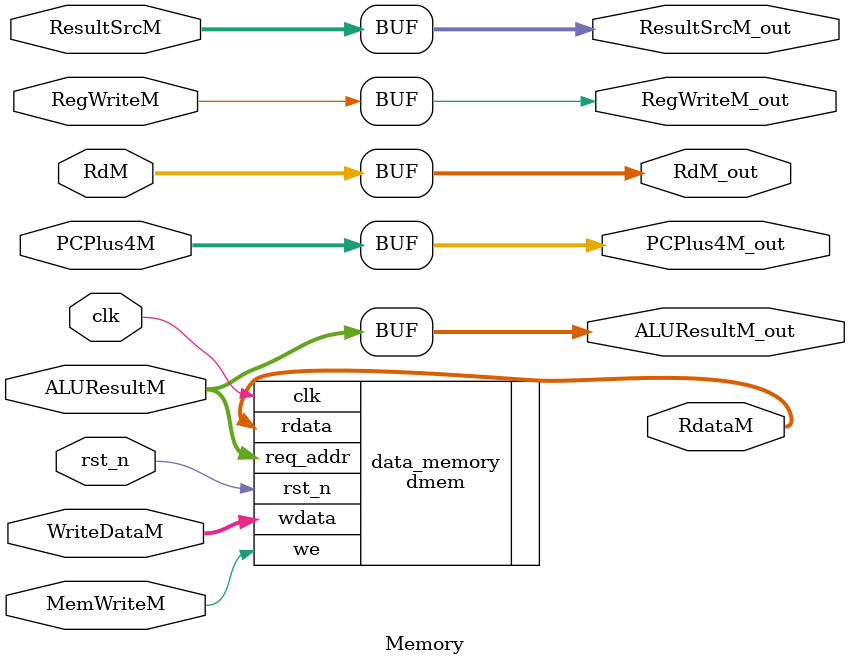
<source format=sv>
module Memory(clk, rst_n, RegWriteM, ResultSrcM, MemWriteM, ALUResultM, WriteDataM, RdM, PCPlus4M,
                RegWriteM_out, ResultSrcM_out, ALUResultM_out, RdataM, RdM_out, PCPlus4M_out
);
    input  logic         clk;
    input  logic         rst_n;
    input  logic         RegWriteM;
    input  logic [1:  0] ResultSrcM;
    input  logic         MemWriteM;
    input  logic [31: 0] ALUResultM;
    input  logic [31: 0] WriteDataM;
    input  logic [4:  0] RdM;
    input  logic [31: 0] PCPlus4M;

    output logic         RegWriteM_out;
    output logic [1:  0] ResultSrcM_out;
    output logic [31: 0] ALUResultM_out;
    output logic [31: 0] RdataM;
    output logic [4:  0] RdM_out;
    output logic [31: 0] PCPlus4M_out;

    //direct connections
    assign RegWriteM_out  = RegWriteM;
    assign ResultSrcM_out = ResultSrcM;
    assign ALUResultM_out = ALUResultM;
    assign RdM_out        = RdM;
    assign PCPlus4M_out   = PCPlus4M;

    dmem data_memory(
        .clk(clk),
        .rst_n(rst_n),
        .we(MemWriteM),
        .req_addr(ALUResultM),
        .wdata(WriteDataM),
        .rdata(RdataM)
    );


endmodule
</source>
